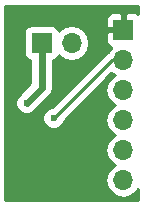
<source format=gbl>
G04 #@! TF.FileFunction,Copper,L2,Bot,Signal*
%FSLAX46Y46*%
G04 Gerber Fmt 4.6, Leading zero omitted, Abs format (unit mm)*
G04 Created by KiCad (PCBNEW 4.0.2-stable) date Wednesday, 25 January 2017 'pmt' 12:35:03*
%MOMM*%
G01*
G04 APERTURE LIST*
%ADD10C,0.100000*%
%ADD11R,1.700000X1.700000*%
%ADD12O,1.700000X1.700000*%
%ADD13C,0.600000*%
%ADD14C,0.600000*%
%ADD15C,0.250000*%
%ADD16C,0.254000*%
G04 APERTURE END LIST*
D10*
D11*
X153670000Y-101600000D03*
D12*
X156210000Y-101600000D03*
D11*
X160600000Y-100500000D03*
D12*
X160600000Y-103040000D03*
X160600000Y-105580000D03*
X160600000Y-108120000D03*
X160600000Y-110660000D03*
X160600000Y-113200000D03*
D13*
X152400000Y-106680000D03*
X152400000Y-103886000D03*
X154686000Y-107950000D03*
D14*
X153670000Y-105410000D02*
X153670000Y-101600000D01*
X152400000Y-106680000D02*
X153670000Y-105410000D01*
D15*
X159596000Y-103040000D02*
X160600000Y-103040000D01*
X154686000Y-107950000D02*
X159596000Y-103040000D01*
D16*
G36*
X161850000Y-99151975D02*
X161809698Y-99111673D01*
X161576309Y-99015000D01*
X160885750Y-99015000D01*
X160727000Y-99173750D01*
X160727000Y-100373000D01*
X160747000Y-100373000D01*
X160747000Y-100627000D01*
X160727000Y-100627000D01*
X160727000Y-100647000D01*
X160473000Y-100647000D01*
X160473000Y-100627000D01*
X159273750Y-100627000D01*
X159115000Y-100785750D01*
X159115000Y-101476310D01*
X159211673Y-101709699D01*
X159390302Y-101888327D01*
X159564777Y-101960597D01*
X159520853Y-101989946D01*
X159274864Y-102358096D01*
X159058599Y-102502599D01*
X154546320Y-107014878D01*
X154500833Y-107014838D01*
X154157057Y-107156883D01*
X153893808Y-107419673D01*
X153751162Y-107763201D01*
X153750838Y-108135167D01*
X153892883Y-108478943D01*
X154155673Y-108742192D01*
X154499201Y-108884838D01*
X154871167Y-108885162D01*
X155214943Y-108743117D01*
X155478192Y-108480327D01*
X155620838Y-108136799D01*
X155620879Y-108089923D01*
X159580736Y-104130066D01*
X159850026Y-104310000D01*
X159520853Y-104529946D01*
X159198946Y-105011715D01*
X159085907Y-105580000D01*
X159198946Y-106148285D01*
X159520853Y-106630054D01*
X159850026Y-106850000D01*
X159520853Y-107069946D01*
X159198946Y-107551715D01*
X159085907Y-108120000D01*
X159198946Y-108688285D01*
X159520853Y-109170054D01*
X159850026Y-109390000D01*
X159520853Y-109609946D01*
X159198946Y-110091715D01*
X159085907Y-110660000D01*
X159198946Y-111228285D01*
X159520853Y-111710054D01*
X159850026Y-111930000D01*
X159520853Y-112149946D01*
X159198946Y-112631715D01*
X159085907Y-113200000D01*
X159198946Y-113768285D01*
X159520853Y-114250054D01*
X160002622Y-114571961D01*
X160570907Y-114685000D01*
X160629093Y-114685000D01*
X161197378Y-114571961D01*
X161679147Y-114250054D01*
X161850000Y-113994354D01*
X161850000Y-114860000D01*
X150570000Y-114860000D01*
X150570000Y-106865167D01*
X151464838Y-106865167D01*
X151606883Y-107208943D01*
X151869673Y-107472192D01*
X152213201Y-107614838D01*
X152585167Y-107615162D01*
X152928943Y-107473117D01*
X153192192Y-107210327D01*
X153192355Y-107209935D01*
X154331145Y-106071145D01*
X154533827Y-105767809D01*
X154605000Y-105410000D01*
X154605000Y-103081446D01*
X154755317Y-103053162D01*
X154971441Y-102914090D01*
X155116431Y-102701890D01*
X155130086Y-102634459D01*
X155159946Y-102679147D01*
X155641715Y-103001054D01*
X156210000Y-103114093D01*
X156778285Y-103001054D01*
X157260054Y-102679147D01*
X157581961Y-102197378D01*
X157695000Y-101629093D01*
X157695000Y-101570907D01*
X157581961Y-101002622D01*
X157260054Y-100520853D01*
X156778285Y-100198946D01*
X156210000Y-100085907D01*
X155641715Y-100198946D01*
X155159946Y-100520853D01*
X155132150Y-100562452D01*
X155123162Y-100514683D01*
X154984090Y-100298559D01*
X154771890Y-100153569D01*
X154520000Y-100102560D01*
X152820000Y-100102560D01*
X152584683Y-100146838D01*
X152368559Y-100285910D01*
X152223569Y-100498110D01*
X152172560Y-100750000D01*
X152172560Y-102450000D01*
X152216838Y-102685317D01*
X152355910Y-102901441D01*
X152568110Y-103046431D01*
X152735000Y-103080227D01*
X152735000Y-105022710D01*
X151739146Y-106018564D01*
X151607808Y-106149673D01*
X151465162Y-106493201D01*
X151464838Y-106865167D01*
X150570000Y-106865167D01*
X150570000Y-99523690D01*
X159115000Y-99523690D01*
X159115000Y-100214250D01*
X159273750Y-100373000D01*
X160473000Y-100373000D01*
X160473000Y-99173750D01*
X160314250Y-99015000D01*
X159623691Y-99015000D01*
X159390302Y-99111673D01*
X159211673Y-99290301D01*
X159115000Y-99523690D01*
X150570000Y-99523690D01*
X150570000Y-98500000D01*
X161850000Y-98500000D01*
X161850000Y-99151975D01*
X161850000Y-99151975D01*
G37*
X161850000Y-99151975D02*
X161809698Y-99111673D01*
X161576309Y-99015000D01*
X160885750Y-99015000D01*
X160727000Y-99173750D01*
X160727000Y-100373000D01*
X160747000Y-100373000D01*
X160747000Y-100627000D01*
X160727000Y-100627000D01*
X160727000Y-100647000D01*
X160473000Y-100647000D01*
X160473000Y-100627000D01*
X159273750Y-100627000D01*
X159115000Y-100785750D01*
X159115000Y-101476310D01*
X159211673Y-101709699D01*
X159390302Y-101888327D01*
X159564777Y-101960597D01*
X159520853Y-101989946D01*
X159274864Y-102358096D01*
X159058599Y-102502599D01*
X154546320Y-107014878D01*
X154500833Y-107014838D01*
X154157057Y-107156883D01*
X153893808Y-107419673D01*
X153751162Y-107763201D01*
X153750838Y-108135167D01*
X153892883Y-108478943D01*
X154155673Y-108742192D01*
X154499201Y-108884838D01*
X154871167Y-108885162D01*
X155214943Y-108743117D01*
X155478192Y-108480327D01*
X155620838Y-108136799D01*
X155620879Y-108089923D01*
X159580736Y-104130066D01*
X159850026Y-104310000D01*
X159520853Y-104529946D01*
X159198946Y-105011715D01*
X159085907Y-105580000D01*
X159198946Y-106148285D01*
X159520853Y-106630054D01*
X159850026Y-106850000D01*
X159520853Y-107069946D01*
X159198946Y-107551715D01*
X159085907Y-108120000D01*
X159198946Y-108688285D01*
X159520853Y-109170054D01*
X159850026Y-109390000D01*
X159520853Y-109609946D01*
X159198946Y-110091715D01*
X159085907Y-110660000D01*
X159198946Y-111228285D01*
X159520853Y-111710054D01*
X159850026Y-111930000D01*
X159520853Y-112149946D01*
X159198946Y-112631715D01*
X159085907Y-113200000D01*
X159198946Y-113768285D01*
X159520853Y-114250054D01*
X160002622Y-114571961D01*
X160570907Y-114685000D01*
X160629093Y-114685000D01*
X161197378Y-114571961D01*
X161679147Y-114250054D01*
X161850000Y-113994354D01*
X161850000Y-114860000D01*
X150570000Y-114860000D01*
X150570000Y-106865167D01*
X151464838Y-106865167D01*
X151606883Y-107208943D01*
X151869673Y-107472192D01*
X152213201Y-107614838D01*
X152585167Y-107615162D01*
X152928943Y-107473117D01*
X153192192Y-107210327D01*
X153192355Y-107209935D01*
X154331145Y-106071145D01*
X154533827Y-105767809D01*
X154605000Y-105410000D01*
X154605000Y-103081446D01*
X154755317Y-103053162D01*
X154971441Y-102914090D01*
X155116431Y-102701890D01*
X155130086Y-102634459D01*
X155159946Y-102679147D01*
X155641715Y-103001054D01*
X156210000Y-103114093D01*
X156778285Y-103001054D01*
X157260054Y-102679147D01*
X157581961Y-102197378D01*
X157695000Y-101629093D01*
X157695000Y-101570907D01*
X157581961Y-101002622D01*
X157260054Y-100520853D01*
X156778285Y-100198946D01*
X156210000Y-100085907D01*
X155641715Y-100198946D01*
X155159946Y-100520853D01*
X155132150Y-100562452D01*
X155123162Y-100514683D01*
X154984090Y-100298559D01*
X154771890Y-100153569D01*
X154520000Y-100102560D01*
X152820000Y-100102560D01*
X152584683Y-100146838D01*
X152368559Y-100285910D01*
X152223569Y-100498110D01*
X152172560Y-100750000D01*
X152172560Y-102450000D01*
X152216838Y-102685317D01*
X152355910Y-102901441D01*
X152568110Y-103046431D01*
X152735000Y-103080227D01*
X152735000Y-105022710D01*
X151739146Y-106018564D01*
X151607808Y-106149673D01*
X151465162Y-106493201D01*
X151464838Y-106865167D01*
X150570000Y-106865167D01*
X150570000Y-99523690D01*
X159115000Y-99523690D01*
X159115000Y-100214250D01*
X159273750Y-100373000D01*
X160473000Y-100373000D01*
X160473000Y-99173750D01*
X160314250Y-99015000D01*
X159623691Y-99015000D01*
X159390302Y-99111673D01*
X159211673Y-99290301D01*
X159115000Y-99523690D01*
X150570000Y-99523690D01*
X150570000Y-98500000D01*
X161850000Y-98500000D01*
X161850000Y-99151975D01*
M02*

</source>
